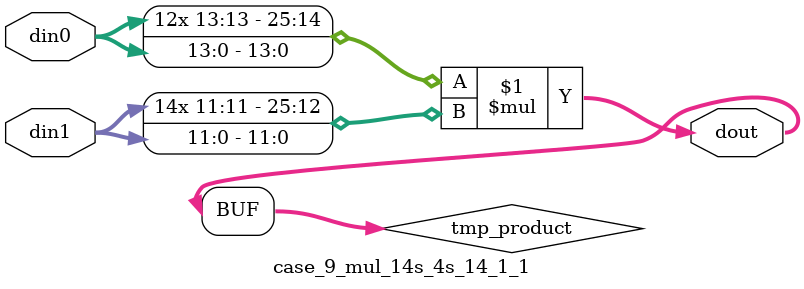
<source format=v>

`timescale 1 ns / 1 ps

 module case_9_mul_14s_4s_14_1_1(din0, din1, dout);
parameter ID = 1;
parameter NUM_STAGE = 0;
parameter din0_WIDTH = 14;
parameter din1_WIDTH = 12;
parameter dout_WIDTH = 26;

input [din0_WIDTH - 1 : 0] din0; 
input [din1_WIDTH - 1 : 0] din1; 
output [dout_WIDTH - 1 : 0] dout;

wire signed [dout_WIDTH - 1 : 0] tmp_product;



























assign tmp_product = $signed(din0) * $signed(din1);








assign dout = tmp_product;





















endmodule

</source>
